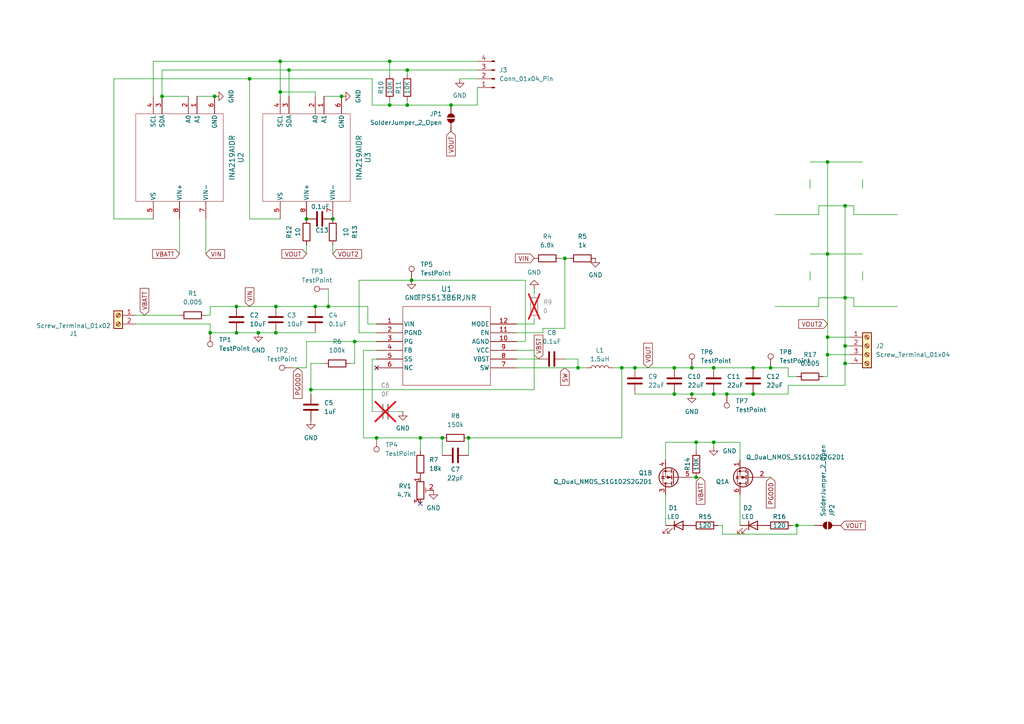
<source format=kicad_sch>
(kicad_sch (version 20231120) (generator "eeschema") (generator_version "8.0")
  (paper "A4")
  (lib_symbols
    (symbol "Connector:Conn_01x04_Pin" (pin_names (offset 1.016) hide)
      (property "Reference" "J" (at 0 5.08 0))
      (property "Value" "Conn_01x04_Pin" (at 0 -7.62 0))
      (symbol "Conn_01x04_Pin_1_1"
        (polyline (pts (xy 1.27 -5.08) (xy 0.8636 -5.08)) (stroke (width 0.1524)))
        (polyline (pts (xy 1.27 -2.54) (xy 0.8636 -2.54)) (stroke (width 0.1524)))
        (polyline (pts (xy 1.27 0) (xy 0.8636 0)) (stroke (width 0.1524)))
        (polyline (pts (xy 1.27 2.54) (xy 0.8636 2.54)) (stroke (width 0.1524)))
        (rectangle (start 0.8636 -4.953) (end 0 -5.207) (stroke (width 0.1524)) (fill (type outline)))
        (rectangle (start 0.8636 -2.413) (end 0 -2.667) (stroke (width 0.1524)) (fill (type outline)))
        (rectangle (start 0.8636 0.127) (end 0 -0.127) (stroke (width 0.1524)) (fill (type outline)))
        (rectangle (start 0.8636 2.667) (end 0 2.413) (stroke (width 0.1524)) (fill (type outline)))
        (pin passive line (at 5.08 2.54 180) (length 3.81) (name "Pin_1") (number "1"))
        (pin passive line (at 5.08 0 180) (length 3.81) (name "Pin_2") (number "2"))
        (pin passive line (at 5.08 -2.54 180) (length 3.81) (name "Pin_3") (number "3"))
        (pin passive line (at 5.08 -5.08 180) (length 3.81) (name "Pin_4") (number "4"))
      )
    )
    (symbol "Connector:Screw_Terminal_01x02" (pin_names (offset 1.016) hide)
      (property "Reference" "J" (at 0 2.54 0))
      (property "Value" "Screw_Terminal_01x02" (at 0 -5.08 0))
      (symbol "Screw_Terminal_01x02_1_1"
        (rectangle (start -1.27 1.27) (end 1.27 -3.81) (stroke (width 0.254)) (fill (type background)))
        (circle (center 0 -2.54) (radius 0.635) (stroke (width 0.1524)))
        (polyline (pts (xy -0.5334 -2.2098) (xy 0.3302 -3.048)) (stroke (width 0.1524)))
        (polyline (pts (xy -0.5334 0.3302) (xy 0.3302 -0.508)) (stroke (width 0.1524)))
        (polyline (pts (xy -0.3556 -2.032) (xy 0.508 -2.8702)) (stroke (width 0.1524)))
        (polyline (pts (xy -0.3556 0.508) (xy 0.508 -0.3302)) (stroke (width 0.1524)))
        (circle (center 0 0) (radius 0.635) (stroke (width 0.1524)))
        (pin passive line (at -5.08 0 0) (length 3.81) (name "Pin_1") (number "1"))
        (pin passive line (at -5.08 -2.54 0) (length 3.81) (name "Pin_2") (number "2"))
      )
    )
    (symbol "Connector:Screw_Terminal_01x04" (pin_names (offset 1.016) hide)
      (property "Reference" "J" (at 0 5.08 0))
      (property "Value" "Screw_Terminal_01x04" (at 0 -7.62 0))
      (symbol "Screw_Terminal_01x04_1_1"
        (rectangle (start -1.27 3.81) (end 1.27 -6.35) (stroke (width 0.254)) (fill (type background)))
        (circle (center 0 -5.08) (radius 0.635) (stroke (width 0.1524)))
        (circle (center 0 -2.54) (radius 0.635) (stroke (width 0.1524)))
        (polyline (pts (xy -0.5334 -4.7498) (xy 0.3302 -5.588)) (stroke (width 0.1524)))
        (polyline (pts (xy -0.5334 -2.2098) (xy 0.3302 -3.048)) (stroke (width 0.1524)))
        (polyline (pts (xy -0.5334 0.3302) (xy 0.3302 -0.508)) (stroke (width 0.1524)))
        (polyline (pts (xy -0.5334 2.8702) (xy 0.3302 2.032)) (stroke (width 0.1524)))
        (polyline (pts (xy -0.3556 -4.572) (xy 0.508 -5.4102)) (stroke (width 0.1524)))
        (polyline (pts (xy -0.3556 -2.032) (xy 0.508 -2.8702)) (stroke (width 0.1524)))
        (polyline (pts (xy -0.3556 0.508) (xy 0.508 -0.3302)) (stroke (width 0.1524)))
        (polyline (pts (xy -0.3556 3.048) (xy 0.508 2.2098)) (stroke (width 0.1524)))
        (circle (center 0 0) (radius 0.635) (stroke (width 0.1524)))
        (circle (center 0 2.54) (radius 0.635) (stroke (width 0.1524)))
        (pin passive line (at -5.08 2.54 0) (length 3.81) (name "Pin_1") (number "1"))
        (pin passive line (at -5.08 0 0) (length 3.81) (name "Pin_2") (number "2"))
        (pin passive line (at -5.08 -2.54 0) (length 3.81) (name "Pin_3") (number "3"))
        (pin passive line (at -5.08 -5.08 0) (length 3.81) (name "Pin_4") (number "4"))
      )
    )
    (symbol "Connector:TestPoint" (pin_numbers hide) (pin_names (offset 0.762) hide)
      (property "Reference" "TP" (at 0 6.858 0))
      (property "Value" "TestPoint" (at 0 5.08 0))
      (symbol "TestPoint_0_1"
        (circle (center 0 3.302) (radius 0.762))
      )
      (symbol "TestPoint_1_1"
        (pin passive line (at 0 0 90) (length 2.54) (name "1") (number "1"))
      )
    )
    (symbol "Device:C" (pin_numbers hide) (pin_names (offset 0.254))
      (property "Reference" "C" (at 0.635 2.54 0))
      (property "Value" "C" (at 0.635 -2.54 0))
      (symbol "C_0_1"
        (polyline (pts (xy -2.032 -0.762) (xy 2.032 -0.762)) (stroke (width 0.508)))
        (polyline (pts (xy -2.032 0.762) (xy 2.032 0.762)) (stroke (width 0.508)))
      )
      (symbol "C_1_1"
        (pin passive line (at 0 3.81 270) (length 2.794) (name "~") (number "1"))
        (pin passive line (at 0 -3.81 90) (length 2.794) (name "~") (number "2"))
      )
    )
    (symbol "Device:L" (pin_numbers hide) (pin_names (offset 1.016) hide)
      (property "Reference" "L" (at -1.27 0 90))
      (property "Value" "L" (at 1.905 0 90))
      (symbol "L_0_1"
        (arc (start 0 -2.54) (mid 0.6323 -1.905) (end 0 -1.27))
        (arc (start 0 -1.27) (mid 0.6323 -0.635) (end 0 0))
        (arc (start 0 0) (mid 0.6323 0.635) (end 0 1.27))
        (arc (start 0 1.27) (mid 0.6323 1.905) (end 0 2.54))
      )
      (symbol "L_1_1"
        (pin passive line (at 0 3.81 270) (length 1.27) (name "1") (number "1"))
        (pin passive line (at 0 -3.81 90) (length 1.27) (name "2") (number "2"))
      )
    )
    (symbol "Device:LED" (pin_numbers hide) (pin_names (offset 1.016) hide)
      (property "Reference" "D" (at 0 2.54 0))
      (property "Value" "LED" (at 0 -2.54 0))
      (symbol "LED_0_1"
        (polyline (pts (xy -1.27 -1.27) (xy -1.27 1.27)) (stroke (width 0.254)))
        (polyline (pts (xy -1.27 0) (xy 1.27 0)))
        (polyline (pts (xy 1.27 -1.27) (xy 1.27 1.27) (xy -1.27 0) (xy 1.27 -1.27)) (stroke (width 0.254)))
        (polyline (pts (xy -3.048 -0.762) (xy -4.572 -2.286) (xy -3.81 -2.286) (xy -4.572 -2.286) (xy -4.572 -1.524)))
        (polyline (pts (xy -1.778 -0.762) (xy -3.302 -2.286) (xy -2.54 -2.286) (xy -3.302 -2.286) (xy -3.302 -1.524)))
      )
      (symbol "LED_1_1"
        (pin passive line (at -3.81 0 0) (length 2.54) (name "K") (number "1"))
        (pin passive line (at 3.81 0 180) (length 2.54) (name "A") (number "2"))
      )
    )
    (symbol "Device:Q_Dual_NMOS_S1G1D2S2G2D1" (pin_names (offset 0) hide)
      (property "Reference" "Q" (at 6.35 1.27 0))
      (property "Value" "Q_Dual_NMOS_S1G1D2S2G2D1" (at 19.05 -1.27 0))
      (symbol "Q_Dual_NMOS_S1G1D2S2G2D1_0_1"
        (polyline (pts (xy 0.254 0) (xy -2.54 0)))
        (polyline (pts (xy 0.254 1.905) (xy 0.254 -1.905)) (stroke (width 0.254)))
        (polyline (pts (xy 0.762 -1.27) (xy 0.762 -2.286)) (stroke (width 0.254)))
        (polyline (pts (xy 0.762 0.508) (xy 0.762 -0.508)) (stroke (width 0.254)))
        (polyline (pts (xy 0.762 2.286) (xy 0.762 1.27)) (stroke (width 0.254)))
        (polyline (pts (xy 2.54 2.54) (xy 2.54 1.778)))
        (polyline (pts (xy 2.54 -2.54) (xy 2.54 0) (xy 0.762 0)))
        (polyline (pts (xy 0.762 -1.778) (xy 3.302 -1.778) (xy 3.302 1.778) (xy 0.762 1.778)))
        (polyline (pts (xy 1.016 0) (xy 2.032 0.381) (xy 2.032 -0.381) (xy 1.016 0)) (fill (type outline)))
        (polyline (pts (xy 2.794 0.508) (xy 2.921 0.381) (xy 3.683 0.381) (xy 3.81 0.254)))
        (polyline (pts (xy 3.302 0.381) (xy 2.921 -0.254) (xy 3.683 -0.254) (xy 3.302 0.381)))
        (circle (center 1.651 0) (radius 2.794) (stroke (width 0.254)))
        (circle (center 2.54 -1.778) (radius 0.254) (fill (type outline)))
        (circle (center 2.54 1.778) (radius 0.254) (fill (type outline)))
      )
      (symbol "Q_Dual_NMOS_S1G1D2S2G2D1_1_1"
        (pin passive line (at 2.54 -5.08 90) (length 2.54) (name "S") (number "1"))
        (pin input line (at -5.08 0 0) (length 2.54) (name "G") (number "2"))
        (pin passive line (at 2.54 5.08 270) (length 2.54) (name "D") (number "6"))
      )
      (symbol "Q_Dual_NMOS_S1G1D2S2G2D1_2_1"
        (pin passive line (at 2.54 5.08 270) (length 2.54) (name "D") (number "3"))
        (pin passive line (at 2.54 -5.08 90) (length 2.54) (name "S") (number "4"))
        (pin input line (at -5.08 0 0) (length 2.54) (name "G") (number "5"))
      )
    )
    (symbol "Device:R" (pin_numbers hide) (pin_names (offset 0))
      (property "Reference" "R" (at 2.032 0 90))
      (property "Value" "R" (at 0 0 90))
      (symbol "R_0_1"
        (rectangle (start -1.016 -2.54) (end 1.016 2.54) (stroke (width 0.254)))
      )
      (symbol "R_1_1"
        (pin passive line (at 0 3.81 270) (length 1.27) (name "~") (number "1"))
        (pin passive line (at 0 -3.81 90) (length 1.27) (name "~") (number "2"))
      )
    )
    (symbol "Device:R_Potentiometer_Trim" (pin_names (offset 1.016) hide)
      (property "Reference" "RV" (at -4.445 0 90))
      (property "Value" "R_Potentiometer_Trim" (at -2.54 0 90))
      (symbol "R_Potentiometer_Trim_0_1"
        (polyline (pts (xy 1.524 0.762) (xy 1.524 -0.762)))
        (polyline (pts (xy 2.54 0) (xy 1.524 0)))
        (rectangle (start 1.016 2.54) (end -1.016 -2.54) (stroke (width 0.254)))
      )
      (symbol "R_Potentiometer_Trim_1_1"
        (pin passive line (at 0 3.81 270) (length 1.27) (name "1") (number "1"))
        (pin passive line (at 3.81 0 180) (length 1.27) (name "2") (number "2"))
        (pin passive line (at 0 -3.81 90) (length 1.27) (name "3") (number "3"))
      )
    )
    (symbol "INA219A:INA219AIDR" (pin_names (offset 0.254))
      (property "Reference" "U" (at 0 2.54 0))
      (property "Value" "INA219AIDR" (at 0 0 0))
      (symbol "INA219AIDR_0_1"
        (polyline (pts (xy -12.7 -12.7) (xy 12.7 -12.7)) (stroke (width 0.1016)))
        (polyline (pts (xy -12.7 12.7) (xy -12.7 -12.7)) (stroke (width 0.1016)))
        (polyline (pts (xy 12.7 -12.7) (xy 12.7 12.7)) (stroke (width 0.1016)))
        (polyline (pts (xy 12.7 12.7) (xy -12.7 12.7)) (stroke (width 0.1016)))
        (pin input line (at 17.78 -5.08 180) (length 5.08) (name "A1") (number "1"))
        (pin input line (at 17.78 -2.54 180) (length 5.08) (name "A0") (number "2"))
        (pin bidirectional line (at 17.78 5.08 180) (length 5.08) (name "SDA") (number "3"))
        (pin input line (at 17.78 7.62 180) (length 5.08) (name "SCL") (number "4"))
        (pin power_in line (at -17.78 7.62 0) (length 5.08) (name "VS") (number "5"))
        (pin power_in line (at 17.78 -10.16 180) (length 5.08) (name "GND") (number "6"))
        (pin power_in line (at -17.78 -7.62 0) (length 5.08) (name "VIN-") (number "7"))
        (pin power_in line (at -17.78 0 0) (length 5.08) (name "VIN+") (number "8"))
      )
    )
    (symbol "Jumper:SolderJumper_2_Open" (pin_numbers hide) (pin_names (offset 0) hide) (exclude_from_sim yes) (in_bom no)
      (property "Reference" "JP" (at 0 2.032 0))
      (property "Value" "SolderJumper_2_Open" (at 0 -2.54 0))
      (symbol "SolderJumper_2_Open_0_1"
        (arc (start -0.254 1.016) (mid -1.2656 0) (end -0.254 -1.016))
        (arc (start -0.254 1.016) (mid -1.2656 0) (end -0.254 -1.016) (fill (type outline)))
        (polyline (pts (xy -0.254 1.016) (xy -0.254 -1.016)))
        (polyline (pts (xy 0.254 1.016) (xy 0.254 -1.016)))
        (arc (start 0.254 -1.016) (mid 1.2656 0) (end 0.254 1.016))
        (arc (start 0.254 -1.016) (mid 1.2656 0) (end 0.254 1.016) (fill (type outline)))
      )
      (symbol "SolderJumper_2_Open_1_1"
        (pin passive line (at -3.81 0 0) (length 2.54) (name "A") (number "1"))
        (pin passive line (at 3.81 0 180) (length 2.54) (name "B") (number "2"))
      )
    )
    (symbol "TPS51386RJNR:TPS51386RJNR" (pin_names (offset 0.254))
      (property "Reference" "U" (at 20.32 10.16 0))
      (property "Value" "TPS51386RJNR" (at 20.32 7.62 0))
      (symbol "TPS51386RJNR_0_1"
        (polyline (pts (xy 7.62 -17.78) (xy 33.02 -17.78)) (stroke (width 0.127)))
        (polyline (pts (xy 7.62 5.08) (xy 7.62 -17.78)) (stroke (width 0.127)))
        (polyline (pts (xy 33.02 -17.78) (xy 33.02 5.08)) (stroke (width 0.127)))
        (polyline (pts (xy 33.02 5.08) (xy 7.62 5.08)) (stroke (width 0.127)))
        (pin power_in line (at 0 0 0) (length 7.62) (name "VIN") (number "1"))
        (pin power_out line (at 40.64 -5.08 180) (length 7.62) (name "AGND") (number "10"))
        (pin input line (at 40.64 -2.54 180) (length 7.62) (name "EN") (number "11"))
        (pin input line (at 40.64 0 180) (length 7.62) (name "MODE") (number "12"))
        (pin power_out line (at 0 -2.54 0) (length 7.62) (name "PGND") (number "2"))
        (pin output line (at 0 -5.08 0) (length 7.62) (name "PG") (number "3"))
        (pin input line (at 0 -7.62 0) (length 7.62) (name "FB") (number "4"))
        (pin output line (at 0 -10.16 0) (length 7.62) (name "SS") (number "5"))
        (pin no_connect line (at 0 -12.7 0) (length 7.62) (name "NC") (number "6"))
        (pin output line (at 40.64 -12.7 180) (length 7.62) (name "SW") (number "7"))
        (pin input line (at 40.64 -10.16 180) (length 7.62) (name "VBST") (number "8"))
        (pin output line (at 40.64 -7.62 180) (length 7.62) (name "VCC") (number "9"))
      )
    )
    (symbol "power:GND" (power) (pin_numbers hide) (pin_names (offset 0) hide)
      (property "Value" "GND" (at 0 -3.81 0))
      (symbol "GND_0_1"
        (polyline (pts (xy 0 0) (xy 0 -1.27) (xy 1.27 -1.27) (xy 0 -2.54) (xy -1.27 -1.27) (xy 0 -1.27)))
      )
      (symbol "GND_1_1"
        (pin power_in line (at 0 0 270) (length 0) (name "~") (number "1"))
      )
    )
  )
  (junction (at 68.58 88.9))
  (junction (at 245.11 100.33))
  (junction (at 80.01 88.9))
  (junction (at 74.93 96.52))
  (junction (at 240.03 102.87))
  (junction (at 163.83 74.93))
  (junction (at 118.11 30.48))
  (junction (at 80.01 96.52))
  (junction (at 130.81 30.48))
  (junction (at 200.66 114.3))
  (junction (at 83.82 20.32))
  (junction (at 207.01 106.68))
  (junction (at 135.89 127))
  (junction (at 240.03 97.79))
  (junction (at 99.06 27.94))
  (junction (at 207.01 128.27))
  (junction (at 167.64 106.68))
  (junction (at 113.03 17.78))
  (junction (at 201.93 138.43))
  (junction (at 62.23 27.94))
  (junction (at 207.01 114.3))
  (junction (at 240.03 73.66))
  (junction (at 200.66 106.68))
  (junction (at 121.92 127))
  (junction (at 128.27 127))
  (junction (at 113.03 30.48))
  (junction (at 195.58 114.3))
  (junction (at 102.87 99.06))
  (junction (at 231.14 152.4))
  (junction (at 96.52 63.5))
  (junction (at 184.15 106.68))
  (junction (at 245.11 86.36))
  (junction (at 118.11 20.32))
  (junction (at 95.25 88.9))
  (junction (at 90.17 113.03))
  (junction (at 240.03 46.99))
  (junction (at 88.9 63.5))
  (junction (at 245.11 105.41))
  (junction (at 245.11 59.69))
  (junction (at 119.38 81.28))
  (junction (at 218.44 114.3))
  (junction (at 210.82 114.3))
  (junction (at 195.58 106.68))
  (junction (at 223.52 106.68))
  (junction (at 201.93 128.27))
  (junction (at 91.44 88.9))
  (junction (at 109.22 127))
  (junction (at 81.28 17.78))
  (junction (at 218.44 106.68))
  (junction (at 81.28 26.67))
  (junction (at 46.99 27.94))
  (junction (at 68.58 96.52))
  (junction (at 60.96 96.52))
  (junction (at 180.34 106.68))
  (junction (at 72.39 22.86))
  (no_connect (at 109.22 106.68))
  (no_connect (at 121.92 146.05))
  (wire (pts (xy 80.01 96.52) (xy 91.44 96.52)))
  (wire (pts (xy 234.95 46.99) (xy 240.03 46.99)))
  (wire (pts (xy 245.11 100.33) (xy 246.38 100.33)))
  (wire (pts (xy 250.19 52.07) (xy 250.19 54.61)))
  (wire (pts (xy 135.89 127) (xy 180.34 127)))
  (wire (pts (xy 68.58 88.9) (xy 80.01 88.9)))
  (wire (pts (xy 201.93 138.43) (xy 200.66 138.43)))
  (wire (pts (xy 85.09 106.68) (xy 88.9 106.68)))
  (wire (pts (xy 228.6 111.76) (xy 245.11 111.76)))
  (wire (pts (xy 83.82 20.32) (xy 118.11 20.32)))
  (wire (pts (xy 163.83 74.93) (xy 165.1 74.93)))
  (wire (pts (xy 68.58 96.52) (xy 74.93 96.52)))
  (wire (pts (xy 81.28 26.67) (xy 81.28 27.94)))
  (wire (pts (xy 245.11 59.69) (xy 247.65 59.69)))
  (wire (pts (xy 231.14 154.94) (xy 209.55 154.94)))
  (wire (pts (xy 102.87 99.06) (xy 109.22 99.06)))
  (wire (pts (xy 109.22 96.52) (xy 104.14 96.52)))
  (wire (pts (xy 130.81 30.48) (xy 138.43 30.48)))
  (wire (pts (xy 237.49 59.69) (xy 237.49 62.23)))
  (wire (pts (xy 121.92 127) (xy 121.92 130.81)))
  (wire (pts (xy 167.64 106.68) (xy 170.18 106.68)))
  (wire (pts (xy 177.8 106.68) (xy 180.34 106.68)))
  (wire (pts (xy 238.76 109.22) (xy 240.03 109.22)))
  (wire (pts (xy 157.48 95.25) (xy 163.83 95.25)))
  (wire (pts (xy 118.11 30.48) (xy 118.11 29.21)))
  (wire (pts (xy 229.87 152.4) (xy 231.14 152.4)))
  (wire (pts (xy 109.22 101.6) (xy 105.41 101.6)))
  (wire (pts (xy 247.65 59.69) (xy 247.65 62.23)))
  (wire (pts (xy 157.48 95.25) (xy 157.48 96.52)))
  (wire (pts (xy 154.94 85.09) (xy 154.94 83.82)))
  (wire (pts (xy 184.15 114.3) (xy 195.58 114.3)))
  (wire (pts (xy 209.55 152.4) (xy 209.55 154.94)))
  (wire (pts (xy 240.03 97.79) (xy 240.03 102.87)))
  (wire (pts (xy 234.95 73.66) (xy 240.03 73.66)))
  (wire (pts (xy 109.22 104.14) (xy 107.95 104.14)))
  (wire (pts (xy 90.17 113.03) (xy 90.17 105.41)))
  (wire (pts (xy 44.45 27.94) (xy 44.45 17.78)))
  (wire (pts (xy 201.93 128.27) (xy 207.01 128.27)))
  (wire (pts (xy 193.04 143.51) (xy 193.04 152.4)))
  (wire (pts (xy 149.86 93.98) (xy 154.94 93.98)))
  (wire (pts (xy 81.28 26.67) (xy 91.44 26.67)))
  (wire (pts (xy 163.83 104.14) (xy 167.64 104.14)))
  (wire (pts (xy 118.11 21.59) (xy 118.11 20.32)))
  (wire (pts (xy 113.03 17.78) (xy 138.43 17.78)))
  (wire (pts (xy 104.14 96.52) (xy 104.14 81.28)))
  (wire (pts (xy 149.86 101.6) (xy 154.94 101.6)))
  (wire (pts (xy 91.44 27.94) (xy 91.44 26.67)))
  (wire (pts (xy 118.11 20.32) (xy 138.43 20.32)))
  (wire (pts (xy 228.6 111.76) (xy 228.6 114.3)))
  (wire (pts (xy 121.92 127) (xy 128.27 127)))
  (wire (pts (xy 113.03 30.48) (xy 118.11 30.48)))
  (wire (pts (xy 60.96 88.9) (xy 68.58 88.9)))
  (wire (pts (xy 107.95 30.48) (xy 107.95 22.86)))
  (wire (pts (xy 107.95 104.14) (xy 107.95 119.38)))
  (wire (pts (xy 237.49 86.36) (xy 245.11 86.36)))
  (wire (pts (xy 33.02 22.86) (xy 33.02 63.5)))
  (wire (pts (xy 245.11 100.33) (xy 245.11 86.36)))
  (wire (pts (xy 113.03 29.21) (xy 113.03 30.48)))
  (wire (pts (xy 163.83 74.93) (xy 163.83 95.25)))
  (wire (pts (xy 81.28 17.78) (xy 81.28 26.67)))
  (wire (pts (xy 44.45 17.78) (xy 81.28 17.78)))
  (wire (pts (xy 91.44 88.9) (xy 95.25 88.9)))
  (wire (pts (xy 133.35 22.86) (xy 138.43 22.86)))
  (wire (pts (xy 152.4 99.06) (xy 149.86 99.06)))
  (wire (pts (xy 240.03 102.87) (xy 240.03 109.22)))
  (wire (pts (xy 96.52 71.12) (xy 96.52 73.66)))
  (wire (pts (xy 59.69 63.5) (xy 59.69 73.66)))
  (wire (pts (xy 104.14 81.28) (xy 119.38 81.28)))
  (wire (pts (xy 39.37 91.44) (xy 52.07 91.44)))
  (wire (pts (xy 240.03 73.66) (xy 250.19 73.66)))
  (wire (pts (xy 81.28 17.78) (xy 113.03 17.78)))
  (wire (pts (xy 154.94 101.6) (xy 154.94 113.03)))
  (wire (pts (xy 74.93 96.52) (xy 80.01 96.52)))
  (wire (pts (xy 105.41 101.6) (xy 105.41 127)))
  (wire (pts (xy 90.17 113.03) (xy 154.94 113.03)))
  (wire (pts (xy 240.03 46.99) (xy 240.03 73.66)))
  (wire (pts (xy 113.03 17.78) (xy 113.03 21.59)))
  (wire (pts (xy 210.82 114.3) (xy 218.44 114.3)))
  (wire (pts (xy 214.63 143.51) (xy 214.63 152.4)))
  (wire (pts (xy 234.95 78.74) (xy 234.95 81.28)))
  (wire (pts (xy 90.17 105.41) (xy 93.98 105.41)))
  (wire (pts (xy 247.65 88.9) (xy 260.35 88.9)))
  (wire (pts (xy 228.6 109.22) (xy 228.6 106.68)))
  (wire (pts (xy 203.2 138.43) (xy 201.93 138.43)))
  (wire (pts (xy 207.01 128.27) (xy 214.63 128.27)))
  (wire (pts (xy 223.52 106.68) (xy 218.44 106.68)))
  (wire (pts (xy 88.9 71.12) (xy 88.9 73.66)))
  (wire (pts (xy 208.28 152.4) (xy 209.55 152.4)))
  (wire (pts (xy 240.03 73.66) (xy 240.03 97.79)))
  (wire (pts (xy 95.25 88.9) (xy 106.68 88.9)))
  (wire (pts (xy 116.84 119.38) (xy 115.57 119.38)))
  (wire (pts (xy 33.02 63.5) (xy 44.45 63.5)))
  (wire (pts (xy 214.63 128.27) (xy 214.63 133.35)))
  (wire (pts (xy 218.44 114.3) (xy 228.6 114.3)))
  (wire (pts (xy 101.6 105.41) (xy 102.87 105.41)))
  (wire (pts (xy 180.34 106.68) (xy 184.15 106.68)))
  (wire (pts (xy 46.99 20.32) (xy 83.82 20.32)))
  (wire (pts (xy 88.9 99.06) (xy 102.87 99.06)))
  (wire (pts (xy 201.93 128.27) (xy 201.93 130.81)))
  (wire (pts (xy 234.95 52.07) (xy 234.95 54.61)))
  (wire (pts (xy 105.41 127) (xy 109.22 127)))
  (wire (pts (xy 195.58 106.68) (xy 200.66 106.68)))
  (wire (pts (xy 162.56 74.93) (xy 163.83 74.93)))
  (wire (pts (xy 250.19 78.74) (xy 250.19 81.28)))
  (wire (pts (xy 95.25 83.82) (xy 95.25 88.9)))
  (wire (pts (xy 60.96 96.52) (xy 68.58 96.52)))
  (wire (pts (xy 52.07 63.5) (xy 52.07 73.66)))
  (wire (pts (xy 109.22 127) (xy 121.92 127)))
  (wire (pts (xy 224.79 62.23) (xy 237.49 62.23)))
  (wire (pts (xy 128.27 127) (xy 128.27 132.08)))
  (wire (pts (xy 245.11 105.41) (xy 246.38 105.41)))
  (wire (pts (xy 167.64 104.14) (xy 167.64 106.68)))
  (wire (pts (xy 247.65 86.36) (xy 247.65 88.9)))
  (wire (pts (xy 200.66 114.3) (xy 207.01 114.3)))
  (wire (pts (xy 236.22 152.4) (xy 231.14 152.4)))
  (wire (pts (xy 46.99 27.94) (xy 46.99 20.32)))
  (wire (pts (xy 118.11 30.48) (xy 130.81 30.48)))
  (wire (pts (xy 224.79 88.9) (xy 237.49 88.9)))
  (wire (pts (xy 138.43 25.4) (xy 138.43 30.48)))
  (wire (pts (xy 157.48 96.52) (xy 149.86 96.52)))
  (wire (pts (xy 93.98 27.94) (xy 99.06 27.94)))
  (wire (pts (xy 180.34 106.68) (xy 180.34 127)))
  (wire (pts (xy 207.01 129.54) (xy 207.01 128.27)))
  (wire (pts (xy 228.6 106.68) (xy 223.52 106.68)))
  (wire (pts (xy 245.11 100.33) (xy 245.11 105.41)))
  (wire (pts (xy 193.04 128.27) (xy 201.93 128.27)))
  (wire (pts (xy 60.96 91.44) (xy 60.96 88.9)))
  (wire (pts (xy 107.95 22.86) (xy 72.39 22.86)))
  (wire (pts (xy 228.6 109.22) (xy 231.14 109.22)))
  (wire (pts (xy 237.49 59.69) (xy 245.11 59.69)))
  (wire (pts (xy 33.02 22.86) (xy 72.39 22.86)))
  (wire (pts (xy 72.39 22.86) (xy 72.39 63.5)))
  (wire (pts (xy 207.01 106.68) (xy 218.44 106.68)))
  (wire (pts (xy 83.82 20.32) (xy 83.82 27.94)))
  (wire (pts (xy 113.03 30.48) (xy 107.95 30.48)))
  (wire (pts (xy 46.99 27.94) (xy 54.61 27.94)))
  (wire (pts (xy 240.03 102.87) (xy 246.38 102.87)))
  (wire (pts (xy 149.86 106.68) (xy 167.64 106.68)))
  (wire (pts (xy 88.9 106.68) (xy 88.9 99.06)))
  (wire (pts (xy 81.28 63.5) (xy 72.39 63.5)))
  (wire (pts (xy 193.04 128.27) (xy 193.04 133.35)))
  (wire (pts (xy 223.52 138.43) (xy 222.25 138.43)))
  (wire (pts (xy 60.96 93.98) (xy 60.96 96.52)))
  (wire (pts (xy 119.38 81.28) (xy 152.4 81.28)))
  (wire (pts (xy 102.87 105.41) (xy 102.87 99.06)))
  (wire (pts (xy 90.17 114.3) (xy 90.17 113.03)))
  (wire (pts (xy 195.58 114.3) (xy 200.66 114.3)))
  (wire (pts (xy 152.4 81.28) (xy 152.4 99.06)))
  (wire (pts (xy 207.01 114.3) (xy 210.82 114.3)))
  (wire (pts (xy 39.37 93.98) (xy 60.96 93.98)))
  (wire (pts (xy 247.65 62.23) (xy 260.35 62.23)))
  (wire (pts (xy 245.11 59.69) (xy 245.11 86.36)))
  (wire (pts (xy 231.14 152.4) (xy 231.14 154.94)))
  (wire (pts (xy 237.49 86.36) (xy 237.49 88.9)))
  (wire (pts (xy 245.11 105.41) (xy 245.11 111.76)))
  (wire (pts (xy 200.66 106.68) (xy 207.01 106.68)))
  (wire (pts (xy 80.01 88.9) (xy 91.44 88.9)))
  (wire (pts (xy 240.03 97.79) (xy 246.38 97.79)))
  (wire (pts (xy 59.69 91.44) (xy 60.96 91.44)))
  (wire (pts (xy 106.68 88.9) (xy 106.68 93.98)))
  (wire (pts (xy 245.11 86.36) (xy 247.65 86.36)))
  (wire (pts (xy 57.15 27.94) (xy 62.23 27.94)))
  (wire (pts (xy 149.86 104.14) (xy 156.21 104.14)))
  (wire (pts (xy 154.94 93.98) (xy 154.94 92.71)))
  (wire (pts (xy 135.89 127) (xy 135.89 132.08)))
  (wire (pts (xy 184.15 106.68) (xy 195.58 106.68)))
  (wire (pts (xy 240.03 46.99) (xy 250.19 46.99)))
  (wire (pts (xy 106.68 93.98) (xy 109.22 93.98)))
  (global_label "VIN" (shape input) (at 59.69 73.66 0) (property "Intersheetrefs" "${INTERSHEET_REFS}" (effects (hide yes))))
  (global_label "VBST" (shape input) (at 156.21 104.14 90) (property "Intersheetrefs" "${INTERSHEET_REFS}" (effects (hide yes))))
  (global_label "VOUT2" (shape input) (at 96.52 73.66 0) (property "Intersheetrefs" "${INTERSHEET_REFS}" (effects (hide yes))))
  (global_label "VBATT" (shape input) (at 52.07 73.66 180) (property "Intersheetrefs" "${INTERSHEET_REFS}" (effects (hide yes))))
  (global_label "VOUT" (shape input) (at 130.81 38.1 270) (property "Intersheetrefs" "${INTERSHEET_REFS}" (effects (hide yes))))
  (global_label "VBATT" (shape input) (at 41.91 91.44 90) (property "Intersheetrefs" "${INTERSHEET_REFS}" (effects (hide yes))))
  (global_label "VOUT2" (shape input) (at 240.03 93.98 180) (property "Intersheetrefs" "${INTERSHEET_REFS}" (effects (hide yes))))
  (global_label "VBATT" (shape input) (at 203.2 138.43 270) (property "Intersheetrefs" "${INTERSHEET_REFS}" (effects (hide yes))))
  (global_label "VOUT" (shape input) (at 243.84 152.4 0) (property "Intersheetrefs" "${INTERSHEET_REFS}" (effects (hide yes))))
  (global_label "VOUT" (shape input) (at 88.9 73.66 180) (property "Intersheetrefs" "${INTERSHEET_REFS}" (effects (hide yes))))
  (global_label "PGOOD" (shape input) (at 223.52 138.43 270) (property "Intersheetrefs" "${INTERSHEET_REFS}" (effects (hide yes))))
  (global_label "VIN" (shape input) (at 72.39 88.9 90) (property "Intersheetrefs" "${INTERSHEET_REFS}" (effects (hide yes))))
  (global_label "PGOOD" (shape input) (at 86.36 106.68 270) (property "Intersheetrefs" "${INTERSHEET_REFS}" (effects (hide yes))))
  (global_label "SW" (shape input) (at 163.83 106.68 270) (property "Intersheetrefs" "${INTERSHEET_REFS}" (effects (hide yes))))
  (global_label "VIN" (shape input) (at 154.94 74.93 180) (property "Intersheetrefs" "${INTERSHEET_REFS}" (effects (hide yes))))
  (global_label "VOUT" (shape input) (at 187.96 106.68 90) (property "Intersheetrefs" "${INTERSHEET_REFS}" (effects (hide yes))))
  (symbol (lib_id "Device:R") (at 201.93 134.62 180) (unit 1)
    (property "Reference" "R14" (at 199.39 134.62 90))
    (property "Value" "10K" (at 201.93 134.62 90))
    (property "Footprint" "Resistor_SMD:R_0805_2012Metric_Pad1.20x1.40mm_HandSolder" (effects (hide yes)))
  )
  (symbol (lib_id "Connector:TestPoint") (at 119.38 81.28 0) (unit 1)
    (property "Reference" "TP5" (at 121.92 76.7079 0) (effects (justify left)))
    (property "Value" "TestPoint" (at 121.92 79.2479 0) (effects (justify left)))
    (property "Footprint" "TestPoint:TestPoint_Pad_D2.0mm" (effects (hide yes)))
    (property "Description" "test point" (effects (hide yes)))
  )
  (symbol (lib_id "power:GND") (at 119.38 81.28 0) (unit 1)
    (property "Reference" "#PWR05" (effects (hide yes)))
    (property "Value" "GND" (at 119.38 86.36 0))
    (property "Description" "Power symbol creates a global label with name \"GND\" , ground" (effects (hide yes)))
  )
  (symbol (lib_id "power:GND") (at 116.84 119.38 0) (unit 1)
    (property "Reference" "#PWR04" (effects (hide yes)))
    (property "Value" "GND" (at 116.84 124.206 0))
    (property "Description" "Power symbol creates a global label with name \"GND\" , ground" (effects (hide yes)))
  )
  (symbol (lib_id "Device:LED") (at 196.85 152.4 0) (unit 1)
    (property "Reference" "D1" (at 195.2625 147.32 0))
    (property "Value" "LED" (at 195.2625 149.86 0))
    (property "Footprint" "LED_SMD:LED_0805_2012Metric_Pad1.15x1.40mm_HandSolder" (effects (hide yes)))
  )
  (symbol (lib_id "Device:R") (at 121.92 134.62 0) (unit 1)
    (property "Reference" "R7" (at 124.46 133.3499 0) (effects (justify left)))
    (property "Value" "18k" (at 124.46 135.8899 0) (effects (justify left)))
    (property "Footprint" "Resistor_SMD:R_1206_3216Metric_Pad1.30x1.75mm_HandSolder" (effects (hide yes)))
    (property "Description" "Resistor" (effects (hide yes)))
  )
  (symbol (lib_id "Device:L") (at 173.99 106.68 90) (unit 1)
    (property "Reference" "L1" (at 173.99 101.6 90))
    (property "Value" "1.5uH" (at 173.99 104.14 90))
    (property "Footprint" "TPS51386:L_Panasonic_ETQP4M---KVK" (effects (hide yes)))
    (property "Description" "Inductor" (effects (hide yes)))
  )
  (symbol (lib_id "Device:C") (at 184.15 110.49 0) (unit 1)
    (property "Reference" "C9" (at 187.96 109.2199 0) (effects (justify left)))
    (property "Value" "22uF" (at 187.96 111.7599 0) (effects (justify left)))
    (property "Footprint" "Capacitor_SMD:C_1206_3216Metric_Pad1.33x1.80mm_HandSolder" (effects (hide yes)))
    (property "Description" "Unpolarized capacitor" (effects (hide yes)))
  )
  (symbol (lib_id "power:GND") (at 74.93 96.52 0) (unit 1)
    (property "Reference" "#PWR02" (effects (hide yes)))
    (property "Value" "GND" (at 74.93 101.6 0))
    (property "Description" "Power symbol creates a global label with name \"GND\" , ground" (effects (hide yes)))
  )
  (symbol (lib_id "Connector:TestPoint") (at 95.25 83.82 90) (unit 1)
    (property "Reference" "TP3" (at 91.948 78.74 90))
    (property "Value" "TestPoint" (at 91.948 81.28 90))
    (property "Footprint" "TestPoint:TestPoint_Pad_D2.0mm" (effects (hide yes)))
    (property "Description" "test point" (effects (hide yes)))
  )
  (symbol (lib_id "power:GND") (at 207.01 129.54 0) (unit 1)
    (property "Reference" "#PWR010" (effects (hide yes)))
    (property "Value" "GND" (at 209.55 130.8099 0) (effects (justify left)))
  )
  (symbol (lib_id "power:GND") (at 90.17 121.92 0) (unit 1)
    (property "Reference" "#PWR03" (effects (hide yes)))
    (property "Value" "GND" (at 90.17 127 0))
    (property "Description" "Power symbol creates a global label with name \"GND\" , ground" (effects (hide yes)))
  )
  (symbol (lib_id "Device:Q_Dual_NMOS_S1G1D2S2G2D1") (at 217.17 138.43 180) (unit 1)
    (property "Reference" "Q1" (at 211.455 139.7 0) (effects (justify left)))
    (property "Value" "Q_Dual_NMOS_S1G1D2S2G2D1" (at 245.11 132.588 0) (effects (justify left)))
    (property "Footprint" "Package_TO_SOT_SMD:SOT-363_SC-70-6_Handsoldering" (effects (hide yes)))
  )
  (symbol (lib_id "Device:R") (at 204.47 152.4 90) (unit 1)
    (property "Reference" "R15" (at 204.47 149.86 90))
    (property "Value" "120" (at 204.47 152.4 90))
    (property "Footprint" "Resistor_SMD:R_0805_2012Metric_Pad1.20x1.40mm_HandSolder" (effects (hide yes)))
  )
  (symbol (lib_id "Device:Q_Dual_NMOS_S1G1D2S2G2D1") (at 195.58 138.43 180) (unit 2)
    (property "Reference" "Q1" (at 189.23 137.1599 0) (effects (justify left)))
    (property "Value" "Q_Dual_NMOS_S1G1D2S2G2D1" (at 189.23 139.6999 0) (effects (justify left)))
    (property "Footprint" "Package_TO_SOT_SMD:SOT-363_SC-70-6_Handsoldering" (effects (hide yes)))
  )
  (symbol (lib_id "Device:R_Potentiometer_Trim") (at 121.92 142.24 0) (unit 1)
    (property "Reference" "RV1" (at 119.38 140.9699 0) (effects (justify right)))
    (property "Value" "4.7k" (at 119.38 143.5099 0) (effects (justify right)))
    (property "Footprint" "Potentiometer_SMD:Potentiometer_Bourns_TC33X_Vertical" (effects (hide yes)))
    (property "Description" "Trim-potentiometer" (effects (hide yes)))
  )
  (symbol (lib_id "power:GND") (at 125.73 142.24 0) (unit 1)
    (property "Reference" "#PWR06" (effects (hide yes)))
    (property "Value" "GND" (at 125.73 147.32 0))
    (property "Description" "Power symbol creates a global label with name \"GND\" , ground" (effects (hide yes)))
  )
  (symbol (lib_id "Device:C") (at 160.02 104.14 90) (unit 1)
    (property "Reference" "C8" (at 160.02 96.52 90))
    (property "Value" "0.1uF" (at 160.02 99.06 90))
    (property "Footprint" "Capacitor_SMD:C_1206_3216Metric_Pad1.33x1.80mm_HandSolder" (effects (hide yes)))
    (property "Description" "Unpolarized capacitor" (effects (hide yes)))
  )
  (symbol (lib_id "power:GND") (at 154.94 83.82 180) (unit 1)
    (property "Reference" "#PWR07" (effects (hide yes)))
    (property "Value" "GND" (at 154.94 78.994 0))
    (property "Description" "Power symbol creates a global label with name \"GND\" , ground" (effects (hide yes)))
  )
  (symbol (lib_id "Connector:TestPoint") (at 210.82 114.3 180) (unit 1)
    (property "Reference" "TP7" (at 213.36 116.3319 0) (effects (justify right)))
    (property "Value" "TestPoint" (at 213.36 118.8719 0) (effects (justify right)))
    (property "Footprint" "TestPoint:TestPoint_Pad_D2.0mm" (effects (hide yes)))
    (property "Description" "test point" (effects (hide yes)))
  )
  (symbol (lib_id "INA219A:INA219AIDR") (at 52.07 45.72 90) (unit 1)
    (property "Reference" "U2" (at 69.85 45.72 0) (effects (font (size 1.524 1.524))))
    (property "Value" "INA219AIDR" (at 67.31 45.72 0) (effects (font (size 1.524 1.524))))
    (property "Footprint" "Package_TO_SOT_SMD:SOT-23-8" (effects (hide yes)))
    (property "Datasheet" "INA219AIDR" (effects (hide yes)))
  )
  (symbol (lib_id "Device:LED") (at 218.44 152.4 0) (unit 1)
    (property "Reference" "D2" (at 216.8525 147.32 0))
    (property "Value" "LED" (at 216.8525 149.86 0))
    (property "Footprint" "LED_SMD:LED_0805_2012Metric_Pad1.15x1.40mm_HandSolder" (effects (hide yes)))
  )
  (symbol (lib_id "INA219A:INA219AIDR") (at 88.9 45.72 90) (unit 1)
    (property "Reference" "U3" (at 106.68 45.72 0) (effects (font (size 1.524 1.524))))
    (property "Value" "INA219AIDR" (at 104.14 45.72 0) (effects (font (size 1.524 1.524))))
    (property "Footprint" "Package_TO_SOT_SMD:SOT-23-8" (effects (hide yes)))
    (property "Datasheet" "INA219AIDR" (effects (hide yes)))
  )
  (symbol (lib_id "Device:C") (at 68.58 92.71 0) (unit 1)
    (property "Reference" "C2" (at 72.39 91.4399 0) (effects (justify left)))
    (property "Value" "10uF" (at 72.39 93.9799 0) (effects (justify left)))
    (property "Footprint" "Capacitor_SMD:C_1206_3216Metric_Pad1.33x1.80mm_HandSolder" (effects (hide yes)))
    (property "Description" "Unpolarized capacitor" (effects (hide yes)))
  )
  (symbol (lib_id "power:GND") (at 172.72 74.93 0) (unit 1)
    (property "Reference" "#PWR01" (effects (hide yes)))
    (property "Value" "GND" (at 172.72 79.756 0))
    (property "Description" "Power symbol creates a global label with name \"GND\" , ground" (effects (hide yes)))
  )
  (symbol (lib_id "Device:R") (at 168.91 74.93 90) (unit 1)
    (property "Reference" "R5" (at 168.91 68.58 90))
    (property "Value" "1k" (at 168.91 71.12 90))
    (property "Footprint" "Resistor_SMD:R_0805_2012Metric_Pad1.20x1.40mm_HandSolder" (effects (hide yes)))
    (property "Description" "Resistor" (effects (hide yes)))
  )
  (symbol (lib_id "Connector:TestPoint") (at 60.96 96.52 180) (unit 1)
    (property "Reference" "TP1" (at 63.5 98.5519 0) (effects (justify right)))
    (property "Value" "TestPoint" (at 63.5 101.0919 0) (effects (justify right)))
    (property "Footprint" "TestPoint:TestPoint_Pad_D2.0mm" (effects (hide yes)))
    (property "Description" "test point" (effects (hide yes)))
  )
  (symbol (lib_id "Connector:TestPoint") (at 223.52 106.68 0) (unit 1)
    (property "Reference" "TP8" (at 226.06 102.1079 0) (effects (justify left)))
    (property "Value" "TestPoint" (at 226.06 104.6479 0) (effects (justify left)))
    (property "Footprint" "TPS51386:usb_symbol" (effects (hide yes)))
    (property "Description" "test point" (effects (hide yes)))
  )
  (symbol (lib_id "Device:R") (at 55.88 91.44 90) (unit 1)
    (property "Reference" "R1" (at 55.88 85.09 90))
    (property "Value" "0.005" (at 55.88 87.63 90))
    (property "Footprint" "Resistor_SMD:R_1206_3216Metric_Pad1.30x1.75mm_HandSolder" (effects (hide yes)))
    (property "Description" "Resistor" (effects (hide yes)))
  )
  (symbol (lib_id "Connector:Screw_Terminal_01x04") (at 251.46 100.33 0) (unit 1)
    (property "Reference" "J2" (at 254 100.3299 0) (effects (justify left)))
    (property "Value" "Screw_Terminal_01x04" (at 254 102.8699 0) (effects (justify left)))
    (property "Footprint" "TerminalBlock:TerminalBlock_Xinya_XY308-2.54-4P_1x04_P2.54mm_Horizontal" (effects (hide yes)))
    (property "Description" "Generic screw terminal, single row, 01x04, script generated (kicad-library-utils/schlib/autogen/connector/)" (effects (hide yes)))
  )
  (symbol (lib_id "Device:C") (at 90.17 118.11 0) (unit 1)
    (property "Reference" "C5" (at 93.98 116.8399 0) (effects (justify left)))
    (property "Value" "1uF" (at 93.98 119.3799 0) (effects (justify left)))
    (property "Footprint" "Capacitor_SMD:C_1206_3216Metric_Pad1.33x1.80mm_HandSolder" (effects (hide yes)))
    (property "Description" "Unpolarized capacitor" (effects (hide yes)))
  )
  (symbol (lib_id "Device:C") (at 111.76 119.38 90) (unit 1) (dnp yes)
    (property "Reference" "C6" (at 111.76 111.76 90))
    (property "Value" "0F" (at 111.76 114.3 90))
    (property "Footprint" "Capacitor_SMD:C_1206_3216Metric_Pad1.33x1.80mm_HandSolder" (effects (hide yes)))
    (property "Description" "Unpolarized capacitor" (effects (hide yes)))
  )
  (symbol (lib_id "Device:C") (at 91.44 92.71 0) (unit 1)
    (property "Reference" "C4" (at 95.25 91.4399 0) (effects (justify left)))
    (property "Value" "0.1uF" (at 95.25 93.9799 0) (effects (justify left)))
    (property "Footprint" "Capacitor_SMD:C_1206_3216Metric_Pad1.33x1.80mm_HandSolder" (effects (hide yes)))
    (property "Description" "Unpolarized capacitor" (effects (hide yes)))
  )
  (symbol (lib_id "Device:C") (at 195.58 110.49 0) (unit 1)
    (property "Reference" "C10" (at 199.39 109.2199 0) (effects (justify left)))
    (property "Value" "22uF" (at 199.39 111.7599 0) (effects (justify left)))
    (property "Footprint" "Capacitor_SMD:C_1206_3216Metric_Pad1.33x1.80mm_HandSolder" (effects (hide yes)))
    (property "Description" "Unpolarized capacitor" (effects (hide yes)))
  )
  (symbol (lib_id "Device:C") (at 92.71 63.5 270) (unit 1)
    (property "Reference" "C13" (at 91.44 66.802 90) (effects (justify left)))
    (property "Value" "0.1uF" (at 90.17 59.944 90) (effects (justify left)))
    (property "Footprint" "Capacitor_SMD:C_1206_3216Metric_Pad1.33x1.80mm_HandSolder" (effects (hide yes)))
    (property "Description" "Unpolarized capacitor" (effects (hide yes)))
  )
  (symbol (lib_id "Device:R") (at 234.95 109.22 90) (unit 1)
    (property "Reference" "R17" (at 234.95 102.87 90))
    (property "Value" "0.005" (at 234.95 105.41 90))
    (property "Footprint" "Resistor_SMD:R_1206_3216Metric_Pad1.30x1.75mm_HandSolder" (effects (hide yes)))
    (property "Description" "Resistor" (effects (hide yes)))
  )
  (symbol (lib_id "Connector:Conn_01x04_Pin") (at 143.51 22.86 180) (unit 1)
    (property "Reference" "J3" (at 144.78 20.3199 0) (effects (justify right)))
    (property "Value" "Conn_01x04_Pin" (at 144.78 22.8599 0) (effects (justify right)))
    (property "Footprint" "Connector_PinHeader_2.54mm:PinHeader_1x04_P2.54mm_Vertical" (effects (hide yes)))
    (property "Description" "Generic connector, single row, 01x04, script generated" (effects (hide yes)))
  )
  (symbol (lib_id "Device:R") (at 132.08 127 90) (unit 1)
    (property "Reference" "R8" (at 132.08 120.65 90))
    (property "Value" "150k" (at 132.08 123.19 90))
    (property "Footprint" "Resistor_SMD:R_1206_3216Metric_Pad1.30x1.75mm_HandSolder" (effects (hide yes)))
    (property "Description" "Resistor" (effects (hide yes)))
  )
  (symbol (lib_id "Device:C") (at 207.01 110.49 0) (unit 1)
    (property "Reference" "C11" (at 210.82 109.2199 0) (effects (justify left)))
    (property "Value" "22uF" (at 210.82 111.7599 0) (effects (justify left)))
    (property "Footprint" "Capacitor_SMD:C_1206_3216Metric_Pad1.33x1.80mm_HandSolder" (effects (hide yes)))
    (property "Description" "Unpolarized capacitor" (effects (hide yes)))
  )
  (symbol (lib_id "Device:R") (at 97.79 105.41 90) (unit 1)
    (property "Reference" "R6" (at 97.79 99.06 90))
    (property "Value" "100k" (at 97.79 101.6 90))
    (property "Footprint" "Resistor_SMD:R_1206_3216Metric_Pad1.30x1.75mm_HandSolder" (effects (hide yes)))
    (property "Description" "Resistor" (effects (hide yes)))
  )
  (symbol (lib_id "Device:R") (at 88.9 67.31 180) (unit 1)
    (property "Reference" "R12" (at 83.82 67.31 90))
    (property "Value" "10" (at 86.36 67.31 90))
    (property "Footprint" "Resistor_SMD:R_1206_3216Metric_Pad1.30x1.75mm_HandSolder" (effects (hide yes)))
    (property "Description" "Resistor" (effects (hide yes)))
  )
  (symbol (lib_id "Jumper:SolderJumper_2_Open") (at 240.03 152.4 0) (mirror x) (unit 1) (exclude_from_sim yes) (in_bom no)
    (property "Reference" "JP2" (at 241.3001 149.86 90) (effects (justify right)))
    (property "Value" "SolderJumper_2_Open" (at 238.7601 149.86 90) (effects (justify right)))
    (property "Footprint" "Jumper:SolderJumper-2_P1.3mm_Open_TrianglePad1.0x1.5mm" (effects (hide yes)))
    (property "Description" "Solder Jumper, 2-pole, open" (effects (hide yes)))
  )
  (symbol (lib_id "Device:R") (at 226.06 152.4 90) (unit 1)
    (property "Reference" "R16" (at 226.06 149.86 90))
    (property "Value" "120" (at 226.06 152.4 90))
    (property "Footprint" "Resistor_SMD:R_0805_2012Metric_Pad1.20x1.40mm_HandSolder" (effects (hide yes)))
  )
  (symbol (lib_id "Device:C") (at 218.44 110.49 0) (unit 1)
    (property "Reference" "C12" (at 222.25 109.2199 0) (effects (justify left)))
    (property "Value" "22uF" (at 222.25 111.7599 0) (effects (justify left)))
    (property "Footprint" "Capacitor_SMD:C_1206_3216Metric_Pad1.33x1.80mm_HandSolder" (effects (hide yes)))
    (property "Description" "Unpolarized capacitor" (effects (hide yes)))
  )
  (symbol (lib_id "power:GND") (at 200.66 114.3 0) (unit 1)
    (property "Reference" "#PWR09" (effects (hide yes)))
    (property "Value" "GND" (at 200.66 119.38 0))
    (property "Description" "Power symbol creates a global label with name \"GND\" , ground" (effects (hide yes)))
  )
  (symbol (lib_id "Connector:TestPoint") (at 109.22 127 180) (unit 1)
    (property "Reference" "TP4" (at 111.76 129.0319 0) (effects (justify right)))
    (property "Value" "TestPoint" (at 111.76 131.5719 0) (effects (justify right)))
    (property "Footprint" "TestPoint:TestPoint_Pad_D2.0mm" (effects (hide yes)))
    (property "Description" "test point" (effects (hide yes)))
  )
  (symbol (lib_id "Connector:TestPoint") (at 85.09 106.68 90) (unit 1)
    (property "Reference" "TP2" (at 81.788 101.6 90))
    (property "Value" "TestPoint" (at 81.788 104.14 90))
    (property "Footprint" "TestPoint:TestPoint_Pad_D2.0mm" (effects (hide yes)))
    (property "Description" "test point" (effects (hide yes)))
  )
  (symbol (lib_id "Device:R") (at 96.52 67.31 0) (unit 1)
    (property "Reference" "R13" (at 102.87 67.31 90))
    (property "Value" "10" (at 100.33 67.31 90))
    (property "Footprint" "Resistor_SMD:R_1206_3216Metric_Pad1.30x1.75mm_HandSolder" (effects (hide yes)))
    (property "Description" "Resistor" (effects (hide yes)))
  )
  (symbol (lib_id "Jumper:SolderJumper_2_Open") (at 130.81 34.29 270) (mirror x) (unit 1) (exclude_from_sim yes) (in_bom no)
    (property "Reference" "JP1" (at 128.27 33.0199 90) (effects (justify right)))
    (property "Value" "SolderJumper_2_Open" (at 128.27 35.5599 90) (effects (justify right)))
    (property "Footprint" "Jumper:SolderJumper-2_P1.3mm_Open_TrianglePad1.0x1.5mm" (effects (hide yes)))
    (property "Description" "Solder Jumper, 2-pole, open" (effects (hide yes)))
  )
  (symbol (lib_id "Device:R") (at 158.75 74.93 90) (unit 1)
    (property "Reference" "R4" (at 158.75 68.58 90))
    (property "Value" "6.8k" (at 158.75 71.12 90))
    (property "Footprint" "Resistor_SMD:R_0805_2012Metric_Pad1.20x1.40mm_HandSolder" (effects (hide yes)))
    (property "Description" "Resistor" (effects (hide yes)))
  )
  (symbol (lib_id "power:GND") (at 133.35 22.86 0) (unit 1)
    (property "Reference" "#PWR08" (effects (hide yes)))
    (property "Value" "GND" (at 133.35 27.686 0))
    (property "Description" "Power symbol creates a global label with name \"GND\" , ground" (effects (hide yes)))
  )
  (symbol (lib_id "power:GND") (at 62.23 27.94 90) (unit 1)
    (property "Reference" "#PWR012" (effects (hide yes)))
    (property "Value" "GND" (at 67.056 27.94 0))
    (property "Description" "Power symbol creates a global label with name \"GND\" , ground" (effects (hide yes)))
  )
  (symbol (lib_id "TPS51386RJNR:TPS51386RJNR") (at 109.22 93.98 0) (unit 1)
    (property "Reference" "U1" (at 129.54 83.82 0) (effects (font (size 1.524 1.524))))
    (property "Value" "TPS51386RJNR" (at 129.54 86.36 0) (effects (font (size 1.524 1.524))))
    (property "Footprint" "TPS51386:VQFN-HR12_RJN_TEX" (effects (hide yes)))
    (property "Datasheet" "TPS51386RJNR" (effects (hide yes)))
  )
  (symbol (lib_id "Connector:Screw_Terminal_01x02") (at 34.29 91.44 0) (mirror y) (unit 1)
    (property "Reference" "J1" (at 21.336 96.774 0))
    (property "Value" "Screw_Terminal_01x02" (at 21.336 94.488 0))
    (property "Footprint" "TerminalBlock:TerminalBlock_Xinya_XY308-2.54-2P_1x02_P2.54mm_Horizontal" (effects (hide yes)))
    (property "Description" "Generic screw terminal, single row, 01x02, script generated (kicad-library-utils/schlib/autogen/connector/)" (effects (hide yes)))
  )
  (symbol (lib_id "Connector:TestPoint") (at 200.66 106.68 0) (unit 1)
    (property "Reference" "TP6" (at 203.2 102.1079 0) (effects (justify left)))
    (property "Value" "TestPoint" (at 203.2 104.6479 0) (effects (justify left)))
    (property "Footprint" "TestPoint:TestPoint_Pad_D2.0mm" (effects (hide yes)))
    (property "Description" "test point" (effects (hide yes)))
  )
  (symbol (lib_id "Device:C") (at 132.08 132.08 270) (unit 1)
    (property "Reference" "C7" (at 132.08 136.144 90))
    (property "Value" "22pF" (at 132.08 138.684 90))
    (property "Footprint" "Capacitor_SMD:C_1206_3216Metric_Pad1.33x1.80mm_HandSolder" (effects (hide yes)))
    (property "Description" "Unpolarized capacitor" (effects (hide yes)))
  )
  (symbol (lib_id "Device:R") (at 113.03 25.4 180) (unit 1)
    (property "Reference" "R10" (at 110.49 25.4 90))
    (property "Value" "10K" (at 113.03 25.4 90))
    (property "Footprint" "Resistor_SMD:R_0805_2012Metric_Pad1.20x1.40mm_HandSolder" (effects (hide yes)))
  )
  (symbol (lib_id "Device:R") (at 118.11 25.4 180) (unit 1)
    (property "Reference" "R11" (at 115.57 25.4 90))
    (property "Value" "10K" (at 118.11 25.4 90))
    (property "Footprint" "Resistor_SMD:R_0805_2012Metric_Pad1.20x1.40mm_HandSolder" (effects (hide yes)))
  )
  (symbol (lib_id "Device:R") (at 154.94 88.9 180) (unit 1) (dnp yes)
    (property "Reference" "R9" (at 157.48 87.6299 0) (effects (justify right)))
    (property "Value" "0" (at 157.48 90.1699 0) (effects (justify right)))
    (property "Footprint" "Resistor_SMD:R_1206_3216Metric_Pad1.30x1.75mm_HandSolder" (effects (hide yes)))
    (property "Description" "Resistor" (effects (hide yes)))
  )
  (symbol (lib_id "power:GND") (at 99.06 27.94 90) (unit 1)
    (property "Reference" "#PWR011" (effects (hide yes)))
    (property "Value" "GND" (at 103.886 27.94 0))
    (property "Description" "Power symbol creates a global label with name \"GND\" , ground" (effects (hide yes)))
  )
  (symbol (lib_id "Device:C") (at 80.01 92.71 0) (unit 1)
    (property "Reference" "C3" (at 83.1999 91.4399 0) (effects (justify left)))
    (property "Value" "10uF" (at 83.1999 93.9799 0) (effects (justify left)))
    (property "Footprint" "Capacitor_SMD:C_1206_3216Metric_Pad1.33x1.80mm_HandSolder" (effects (hide yes)))
    (property "Description" "Unpolarized capacitor" (effects (hide yes)))
  )
)
</source>
